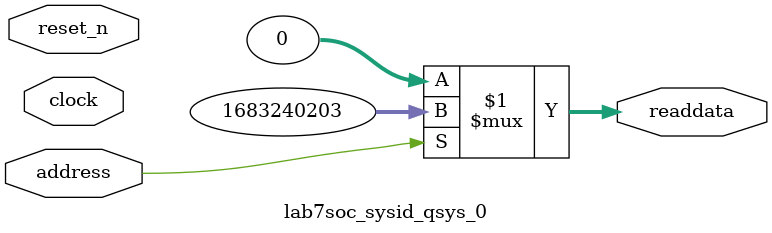
<source format=v>



// synthesis translate_off
`timescale 1ns / 1ps
// synthesis translate_on

// turn off superfluous verilog processor warnings 
// altera message_level Level1 
// altera message_off 10034 10035 10036 10037 10230 10240 10030 

module lab7soc_sysid_qsys_0 (
               // inputs:
                address,
                clock,
                reset_n,

               // outputs:
                readdata
             )
;

  output  [ 31: 0] readdata;
  input            address;
  input            clock;
  input            reset_n;

  wire    [ 31: 0] readdata;
  //control_slave, which is an e_avalon_slave
  assign readdata = address ? 1683240203 : 0;

endmodule



</source>
